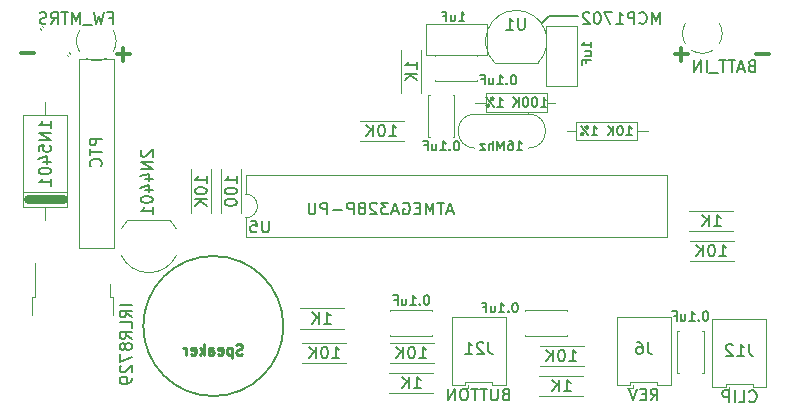
<source format=gbo>
G04 #@! TF.FileFunction,Legend,Bot*
%FSLAX46Y46*%
G04 Gerber Fmt 4.6, Leading zero omitted, Abs format (unit mm)*
G04 Created by KiCad (PCBNEW 4.0.7) date 06/15/19 08:17:50*
%MOMM*%
%LPD*%
G01*
G04 APERTURE LIST*
%ADD10C,0.100000*%
%ADD11C,0.150000*%
%ADD12C,0.300000*%
%ADD13C,0.120000*%
%ADD14C,0.800000*%
%ADD15C,0.222250*%
G04 APERTURE END LIST*
D10*
D11*
X82042000Y-86106000D02*
X84455000Y-86106000D01*
X81407000Y-86741000D02*
X82042000Y-86106000D01*
D12*
X100647428Y-89388143D02*
X99504571Y-89388143D01*
X93789428Y-89388143D02*
X92646571Y-89388143D01*
X93218000Y-89959571D02*
X93218000Y-88816714D01*
X38417428Y-89261143D02*
X37274571Y-89261143D01*
X46545428Y-89388143D02*
X45402571Y-89388143D01*
X45974000Y-89959571D02*
X45974000Y-88816714D01*
D13*
X56328000Y-103235000D02*
G75*
G03X56328000Y-101235000I0J1000000D01*
G01*
X56328000Y-101235000D02*
X56328000Y-99585000D01*
X56328000Y-99585000D02*
X92008000Y-99585000D01*
X92008000Y-99585000D02*
X92008000Y-104885000D01*
X92008000Y-104885000D02*
X56328000Y-104885000D01*
X56328000Y-104885000D02*
X56328000Y-103235000D01*
X96423505Y-88520193D02*
G75*
G03X96423000Y-86739000I-1425505J890193D01*
G01*
X94108106Y-89055358D02*
G75*
G03X95864000Y-89070000I889894J1425358D01*
G01*
X93572642Y-86740106D02*
G75*
G03X93558000Y-88496000I1425358J-889894D01*
G01*
X42797736Y-89689721D02*
G75*
G03X43688000Y-89945000I890264J1424721D01*
G01*
X42262495Y-87374807D02*
G75*
G03X42263000Y-89156000I1425505J-890193D01*
G01*
X45113358Y-89154894D02*
G75*
G03X45128000Y-87399000I-1425358J889894D01*
G01*
X43659326Y-89945099D02*
G75*
G03X44554000Y-89705000I28674J1680099D01*
G01*
X38913000Y-87196000D02*
X39042000Y-87324000D01*
X41163000Y-89446000D02*
X41257000Y-89539000D01*
X39118000Y-86990000D02*
X39212000Y-87084000D01*
X41333000Y-89206000D02*
X41462000Y-89334000D01*
X80268000Y-94435000D02*
X75768000Y-94435000D01*
X80268000Y-97335000D02*
G75*
G03X80268000Y-94435000I0J1450000D01*
G01*
X75768000Y-97335000D02*
G75*
G02X75768000Y-94435000I0J1450000D01*
G01*
D14*
X40870000Y-101675000D02*
X37870000Y-101675000D01*
D13*
X41230000Y-102285000D02*
X37510000Y-102285000D01*
X37510000Y-102285000D02*
X37510000Y-94565000D01*
X37510000Y-94565000D02*
X41230000Y-94565000D01*
X41230000Y-94565000D02*
X41230000Y-102285000D01*
X39370000Y-103395000D02*
X39370000Y-102285000D01*
X39370000Y-93455000D02*
X39370000Y-94565000D01*
X41230000Y-101085000D02*
X37510000Y-101085000D01*
D11*
X59523690Y-112395000D02*
G75*
G03X59523690Y-112395000I-5929690J0D01*
G01*
D13*
X93938000Y-106905000D02*
X97658000Y-106905000D01*
X93938000Y-105185000D02*
X97658000Y-105185000D01*
X81238000Y-115795000D02*
X84958000Y-115795000D01*
X81238000Y-114075000D02*
X84958000Y-114075000D01*
X97578000Y-102645000D02*
X93858000Y-102645000D01*
X97578000Y-104365000D02*
X93858000Y-104365000D01*
X84878000Y-116615000D02*
X81158000Y-116615000D01*
X84878000Y-118335000D02*
X81158000Y-118335000D01*
X81748000Y-86955000D02*
X81748000Y-92075000D01*
X84368000Y-86955000D02*
X84368000Y-92075000D01*
X81748000Y-86955000D02*
X84368000Y-86955000D01*
X81748000Y-92075000D02*
X84368000Y-92075000D01*
X76748000Y-86828000D02*
X71628000Y-86828000D01*
X76748000Y-89448000D02*
X71628000Y-89448000D01*
X76748000Y-86828000D02*
X76748000Y-89448000D01*
X71628000Y-86828000D02*
X71628000Y-89448000D01*
X80008000Y-113251000D02*
X83528000Y-113251000D01*
X80008000Y-111031000D02*
X83528000Y-111031000D01*
X80008000Y-113251000D02*
X80008000Y-113137000D01*
X80008000Y-111145000D02*
X80008000Y-111031000D01*
X83528000Y-113251000D02*
X83528000Y-113137000D01*
X83528000Y-111145000D02*
X83528000Y-111031000D01*
X92888000Y-112855000D02*
X92888000Y-116375000D01*
X95108000Y-112855000D02*
X95108000Y-116375000D01*
X92888000Y-112855000D02*
X93002000Y-112855000D01*
X94994000Y-112855000D02*
X95108000Y-112855000D01*
X92888000Y-116375000D02*
X93002000Y-116375000D01*
X94994000Y-116375000D02*
X95108000Y-116375000D01*
X97248000Y-117515000D02*
X97248000Y-117815000D01*
X97248000Y-117815000D02*
X96748000Y-117815000D01*
X98123000Y-117265000D02*
X96998000Y-117265000D01*
X96998000Y-117265000D02*
X96998000Y-117565000D01*
X96998000Y-117565000D02*
X95848000Y-117565000D01*
X95848000Y-117565000D02*
X95848000Y-111765000D01*
X95848000Y-111765000D02*
X98123000Y-111765000D01*
X98123000Y-117265000D02*
X99248000Y-117265000D01*
X99248000Y-117265000D02*
X99248000Y-117565000D01*
X99248000Y-117565000D02*
X100398000Y-117565000D01*
X100398000Y-117565000D02*
X100398000Y-111765000D01*
X100398000Y-111765000D02*
X98123000Y-111765000D01*
X81048000Y-90115000D02*
X77448000Y-90115000D01*
X81086478Y-90103478D02*
G75*
G03X79248000Y-85665000I-1838478J1838478D01*
G01*
X77409522Y-90103478D02*
G75*
G02X79248000Y-85665000I1838478J1838478D01*
G01*
X71788000Y-92835000D02*
X71788000Y-96355000D01*
X74008000Y-92835000D02*
X74008000Y-96355000D01*
X71788000Y-92835000D02*
X71902000Y-92835000D01*
X73894000Y-92835000D02*
X74008000Y-92835000D01*
X71788000Y-96355000D02*
X71902000Y-96355000D01*
X73894000Y-96355000D02*
X74008000Y-96355000D01*
X72388000Y-91661000D02*
X75908000Y-91661000D01*
X72388000Y-89441000D02*
X75908000Y-89441000D01*
X72388000Y-91661000D02*
X72388000Y-91547000D01*
X72388000Y-89555000D02*
X72388000Y-89441000D01*
X75908000Y-91661000D02*
X75908000Y-91547000D01*
X75908000Y-89555000D02*
X75908000Y-89441000D01*
X65998000Y-96745000D02*
X69718000Y-96745000D01*
X65998000Y-95025000D02*
X69718000Y-95025000D01*
X68578000Y-113251000D02*
X72098000Y-113251000D01*
X68578000Y-111031000D02*
X72098000Y-111031000D01*
X68578000Y-113251000D02*
X68578000Y-113137000D01*
X68578000Y-111145000D02*
X68578000Y-111031000D01*
X72098000Y-113251000D02*
X72098000Y-113137000D01*
X72098000Y-111145000D02*
X72098000Y-111031000D01*
X72178000Y-116361000D02*
X68458000Y-116361000D01*
X72178000Y-118081000D02*
X68458000Y-118081000D01*
X68538000Y-115541000D02*
X72258000Y-115541000D01*
X68538000Y-113821000D02*
X72258000Y-113821000D01*
X53438000Y-102785000D02*
X53438000Y-99065000D01*
X51718000Y-102785000D02*
X51718000Y-99065000D01*
X55978000Y-102785000D02*
X55978000Y-99065000D01*
X54258000Y-102785000D02*
X54258000Y-99065000D01*
X42188000Y-105790000D02*
X45188000Y-105790000D01*
X42188000Y-89790000D02*
X42188000Y-105790000D01*
X45188000Y-89790000D02*
X42188000Y-89790000D01*
X45188000Y-105790000D02*
X45188000Y-89790000D01*
X75188000Y-117355000D02*
X75188000Y-117655000D01*
X75188000Y-117655000D02*
X74688000Y-117655000D01*
X76063000Y-117105000D02*
X74938000Y-117105000D01*
X74938000Y-117105000D02*
X74938000Y-117405000D01*
X74938000Y-117405000D02*
X73788000Y-117405000D01*
X73788000Y-117405000D02*
X73788000Y-111605000D01*
X73788000Y-111605000D02*
X76063000Y-111605000D01*
X76063000Y-117105000D02*
X77188000Y-117105000D01*
X77188000Y-117105000D02*
X77188000Y-117405000D01*
X77188000Y-117405000D02*
X78338000Y-117405000D01*
X78338000Y-117405000D02*
X78338000Y-111605000D01*
X78338000Y-111605000D02*
X76063000Y-111605000D01*
X89158000Y-117355000D02*
X89158000Y-117655000D01*
X89158000Y-117655000D02*
X88658000Y-117655000D01*
X90033000Y-117105000D02*
X88908000Y-117105000D01*
X88908000Y-117105000D02*
X88908000Y-117405000D01*
X88908000Y-117405000D02*
X87758000Y-117405000D01*
X87758000Y-117405000D02*
X87758000Y-111605000D01*
X87758000Y-111605000D02*
X90033000Y-111605000D01*
X90033000Y-117105000D02*
X91158000Y-117105000D01*
X91158000Y-117105000D02*
X91158000Y-117405000D01*
X91158000Y-117405000D02*
X92308000Y-117405000D01*
X92308000Y-117405000D02*
X92308000Y-111605000D01*
X92308000Y-111605000D02*
X90033000Y-111605000D01*
X69498000Y-88985000D02*
X69498000Y-92705000D01*
X71218000Y-88985000D02*
X71218000Y-92705000D01*
D10*
X76658000Y-93472000D02*
X75758000Y-93472000D01*
X81858000Y-93472000D02*
X82558000Y-93472000D01*
X81858000Y-94272000D02*
X81858000Y-92672000D01*
X81858000Y-92672000D02*
X76658000Y-92672000D01*
X76658000Y-92672000D02*
X76658000Y-94272000D01*
X76658000Y-94272000D02*
X81858000Y-94272000D01*
X89458000Y-95885000D02*
X90358000Y-95885000D01*
X84258000Y-95885000D02*
X83558000Y-95885000D01*
X84258000Y-95085000D02*
X84258000Y-96685000D01*
X84258000Y-96685000D02*
X89458000Y-96685000D01*
X89458000Y-96685000D02*
X89458000Y-95085000D01*
X89458000Y-95085000D02*
X84258000Y-95085000D01*
D13*
X64812000Y-113821000D02*
X61092000Y-113821000D01*
X64812000Y-115541000D02*
X61092000Y-115541000D01*
X60918000Y-112620000D02*
X64638000Y-112620000D01*
X60918000Y-110900000D02*
X64638000Y-110900000D01*
X38206000Y-111425000D02*
X38206000Y-109925000D01*
X38206000Y-109925000D02*
X38476000Y-109925000D01*
X38476000Y-109925000D02*
X38476000Y-107095000D01*
X45106000Y-111425000D02*
X45106000Y-109925000D01*
X45106000Y-109925000D02*
X44836000Y-109925000D01*
X44836000Y-109925000D02*
X44836000Y-108825000D01*
X46333000Y-103433000D02*
X49933000Y-103433000D01*
X45808816Y-104160205D02*
G75*
G02X46333000Y-103433000I2324184J-1122795D01*
G01*
X45776600Y-106381807D02*
G75*
G03X48133000Y-107883000I2356400J1098807D01*
G01*
X50489400Y-106381807D02*
G75*
G02X48133000Y-107883000I-2356400J1098807D01*
G01*
X50457184Y-104160205D02*
G75*
G03X49933000Y-103433000I-2324184J-1122795D01*
G01*
D11*
X58292905Y-103465381D02*
X58292905Y-104274905D01*
X58245286Y-104370143D01*
X58197667Y-104417762D01*
X58102429Y-104465381D01*
X57911952Y-104465381D01*
X57816714Y-104417762D01*
X57769095Y-104370143D01*
X57721476Y-104274905D01*
X57721476Y-103465381D01*
X56769095Y-103465381D02*
X57245286Y-103465381D01*
X57292905Y-103941571D01*
X57245286Y-103893952D01*
X57150048Y-103846333D01*
X56911952Y-103846333D01*
X56816714Y-103893952D01*
X56769095Y-103941571D01*
X56721476Y-104036810D01*
X56721476Y-104274905D01*
X56769095Y-104370143D01*
X56816714Y-104417762D01*
X56911952Y-104465381D01*
X57150048Y-104465381D01*
X57245286Y-104417762D01*
X57292905Y-104370143D01*
X73897357Y-102655667D02*
X73421166Y-102655667D01*
X73992595Y-102941381D02*
X73659262Y-101941381D01*
X73325928Y-102941381D01*
X73135452Y-101941381D02*
X72564023Y-101941381D01*
X72849738Y-102941381D02*
X72849738Y-101941381D01*
X72230690Y-102941381D02*
X72230690Y-101941381D01*
X71897356Y-102655667D01*
X71564023Y-101941381D01*
X71564023Y-102941381D01*
X71087833Y-102417571D02*
X70754499Y-102417571D01*
X70611642Y-102941381D02*
X71087833Y-102941381D01*
X71087833Y-101941381D01*
X70611642Y-101941381D01*
X69659261Y-101989000D02*
X69754499Y-101941381D01*
X69897356Y-101941381D01*
X70040214Y-101989000D01*
X70135452Y-102084238D01*
X70183071Y-102179476D01*
X70230690Y-102369952D01*
X70230690Y-102512810D01*
X70183071Y-102703286D01*
X70135452Y-102798524D01*
X70040214Y-102893762D01*
X69897356Y-102941381D01*
X69802118Y-102941381D01*
X69659261Y-102893762D01*
X69611642Y-102846143D01*
X69611642Y-102512810D01*
X69802118Y-102512810D01*
X69230690Y-102655667D02*
X68754499Y-102655667D01*
X69325928Y-102941381D02*
X68992595Y-101941381D01*
X68659261Y-102941381D01*
X68421166Y-101941381D02*
X67802118Y-101941381D01*
X68135452Y-102322333D01*
X67992594Y-102322333D01*
X67897356Y-102369952D01*
X67849737Y-102417571D01*
X67802118Y-102512810D01*
X67802118Y-102750905D01*
X67849737Y-102846143D01*
X67897356Y-102893762D01*
X67992594Y-102941381D01*
X68278309Y-102941381D01*
X68373547Y-102893762D01*
X68421166Y-102846143D01*
X67421166Y-102036619D02*
X67373547Y-101989000D01*
X67278309Y-101941381D01*
X67040213Y-101941381D01*
X66944975Y-101989000D01*
X66897356Y-102036619D01*
X66849737Y-102131857D01*
X66849737Y-102227095D01*
X66897356Y-102369952D01*
X67468785Y-102941381D01*
X66849737Y-102941381D01*
X66278309Y-102369952D02*
X66373547Y-102322333D01*
X66421166Y-102274714D01*
X66468785Y-102179476D01*
X66468785Y-102131857D01*
X66421166Y-102036619D01*
X66373547Y-101989000D01*
X66278309Y-101941381D01*
X66087832Y-101941381D01*
X65992594Y-101989000D01*
X65944975Y-102036619D01*
X65897356Y-102131857D01*
X65897356Y-102179476D01*
X65944975Y-102274714D01*
X65992594Y-102322333D01*
X66087832Y-102369952D01*
X66278309Y-102369952D01*
X66373547Y-102417571D01*
X66421166Y-102465190D01*
X66468785Y-102560429D01*
X66468785Y-102750905D01*
X66421166Y-102846143D01*
X66373547Y-102893762D01*
X66278309Y-102941381D01*
X66087832Y-102941381D01*
X65992594Y-102893762D01*
X65944975Y-102846143D01*
X65897356Y-102750905D01*
X65897356Y-102560429D01*
X65944975Y-102465190D01*
X65992594Y-102417571D01*
X66087832Y-102369952D01*
X65468785Y-102941381D02*
X65468785Y-101941381D01*
X65087832Y-101941381D01*
X64992594Y-101989000D01*
X64944975Y-102036619D01*
X64897356Y-102131857D01*
X64897356Y-102274714D01*
X64944975Y-102369952D01*
X64992594Y-102417571D01*
X65087832Y-102465190D01*
X65468785Y-102465190D01*
X64468785Y-102560429D02*
X63706880Y-102560429D01*
X63230690Y-102941381D02*
X63230690Y-101941381D01*
X62849737Y-101941381D01*
X62754499Y-101989000D01*
X62706880Y-102036619D01*
X62659261Y-102131857D01*
X62659261Y-102274714D01*
X62706880Y-102369952D01*
X62754499Y-102417571D01*
X62849737Y-102465190D01*
X63230690Y-102465190D01*
X62230690Y-101941381D02*
X62230690Y-102750905D01*
X62183071Y-102846143D01*
X62135452Y-102893762D01*
X62040214Y-102941381D01*
X61849737Y-102941381D01*
X61754499Y-102893762D01*
X61706880Y-102846143D01*
X61659261Y-102750905D01*
X61659261Y-101941381D01*
X99162904Y-90352571D02*
X99020047Y-90400190D01*
X98972428Y-90447810D01*
X98924809Y-90543048D01*
X98924809Y-90685905D01*
X98972428Y-90781143D01*
X99020047Y-90828762D01*
X99115285Y-90876381D01*
X99496238Y-90876381D01*
X99496238Y-89876381D01*
X99162904Y-89876381D01*
X99067666Y-89924000D01*
X99020047Y-89971619D01*
X98972428Y-90066857D01*
X98972428Y-90162095D01*
X99020047Y-90257333D01*
X99067666Y-90304952D01*
X99162904Y-90352571D01*
X99496238Y-90352571D01*
X98543857Y-90590667D02*
X98067666Y-90590667D01*
X98639095Y-90876381D02*
X98305762Y-89876381D01*
X97972428Y-90876381D01*
X97781952Y-89876381D02*
X97210523Y-89876381D01*
X97496238Y-90876381D02*
X97496238Y-89876381D01*
X97020047Y-89876381D02*
X96448618Y-89876381D01*
X96734333Y-90876381D02*
X96734333Y-89876381D01*
X96353380Y-90971619D02*
X95591475Y-90971619D01*
X95353380Y-90876381D02*
X95353380Y-89876381D01*
X94877190Y-90876381D02*
X94877190Y-89876381D01*
X94305761Y-90876381D01*
X94305761Y-89876381D01*
X44736095Y-86293571D02*
X45069429Y-86293571D01*
X45069429Y-86817381D02*
X45069429Y-85817381D01*
X44593238Y-85817381D01*
X44307524Y-85817381D02*
X44069429Y-86817381D01*
X43878952Y-86103095D01*
X43688476Y-86817381D01*
X43450381Y-85817381D01*
X43307524Y-86912619D02*
X42545619Y-86912619D01*
X42307524Y-86817381D02*
X42307524Y-85817381D01*
X41974190Y-86531667D01*
X41640857Y-85817381D01*
X41640857Y-86817381D01*
X41307524Y-85817381D02*
X40736095Y-85817381D01*
X41021810Y-86817381D02*
X41021810Y-85817381D01*
X39831333Y-86817381D02*
X40164667Y-86341190D01*
X40402762Y-86817381D02*
X40402762Y-85817381D01*
X40021809Y-85817381D01*
X39926571Y-85865000D01*
X39878952Y-85912619D01*
X39831333Y-86007857D01*
X39831333Y-86150714D01*
X39878952Y-86245952D01*
X39926571Y-86293571D01*
X40021809Y-86341190D01*
X40402762Y-86341190D01*
X39450381Y-86769762D02*
X39307524Y-86817381D01*
X39069428Y-86817381D01*
X38974190Y-86769762D01*
X38926571Y-86722143D01*
X38878952Y-86626905D01*
X38878952Y-86531667D01*
X38926571Y-86436429D01*
X38974190Y-86388810D01*
X39069428Y-86341190D01*
X39259905Y-86293571D01*
X39355143Y-86245952D01*
X39402762Y-86198333D01*
X39450381Y-86103095D01*
X39450381Y-86007857D01*
X39402762Y-85912619D01*
X39355143Y-85865000D01*
X39259905Y-85817381D01*
X39021809Y-85817381D01*
X38878952Y-85865000D01*
X79273238Y-97516905D02*
X79730381Y-97516905D01*
X79501810Y-97516905D02*
X79501810Y-96716905D01*
X79578000Y-96831190D01*
X79654191Y-96907381D01*
X79730381Y-96945476D01*
X78587524Y-96716905D02*
X78739905Y-96716905D01*
X78816095Y-96755000D01*
X78854190Y-96793095D01*
X78930381Y-96907381D01*
X78968476Y-97059762D01*
X78968476Y-97364524D01*
X78930381Y-97440714D01*
X78892286Y-97478810D01*
X78816095Y-97516905D01*
X78663714Y-97516905D01*
X78587524Y-97478810D01*
X78549428Y-97440714D01*
X78511333Y-97364524D01*
X78511333Y-97174048D01*
X78549428Y-97097857D01*
X78587524Y-97059762D01*
X78663714Y-97021667D01*
X78816095Y-97021667D01*
X78892286Y-97059762D01*
X78930381Y-97097857D01*
X78968476Y-97174048D01*
X78168476Y-97516905D02*
X78168476Y-96716905D01*
X77901809Y-97288333D01*
X77635142Y-96716905D01*
X77635142Y-97516905D01*
X77254190Y-97516905D02*
X77254190Y-96716905D01*
X76911333Y-97516905D02*
X76911333Y-97097857D01*
X76949428Y-97021667D01*
X77025618Y-96983571D01*
X77139904Y-96983571D01*
X77216095Y-97021667D01*
X77254190Y-97059762D01*
X76606570Y-96983571D02*
X76187523Y-96983571D01*
X76606570Y-97516905D01*
X76187523Y-97516905D01*
X39822381Y-95647143D02*
X39822381Y-95075714D01*
X39822381Y-95361428D02*
X38822381Y-95361428D01*
X38965238Y-95266190D01*
X39060476Y-95170952D01*
X39108095Y-95075714D01*
X39822381Y-96075714D02*
X38822381Y-96075714D01*
X39822381Y-96647143D01*
X38822381Y-96647143D01*
X38822381Y-97599524D02*
X38822381Y-97123333D01*
X39298571Y-97075714D01*
X39250952Y-97123333D01*
X39203333Y-97218571D01*
X39203333Y-97456667D01*
X39250952Y-97551905D01*
X39298571Y-97599524D01*
X39393810Y-97647143D01*
X39631905Y-97647143D01*
X39727143Y-97599524D01*
X39774762Y-97551905D01*
X39822381Y-97456667D01*
X39822381Y-97218571D01*
X39774762Y-97123333D01*
X39727143Y-97075714D01*
X39155714Y-98504286D02*
X39822381Y-98504286D01*
X38774762Y-98266190D02*
X39489048Y-98028095D01*
X39489048Y-98647143D01*
X38822381Y-99218571D02*
X38822381Y-99313810D01*
X38870000Y-99409048D01*
X38917619Y-99456667D01*
X39012857Y-99504286D01*
X39203333Y-99551905D01*
X39441429Y-99551905D01*
X39631905Y-99504286D01*
X39727143Y-99456667D01*
X39774762Y-99409048D01*
X39822381Y-99313810D01*
X39822381Y-99218571D01*
X39774762Y-99123333D01*
X39727143Y-99075714D01*
X39631905Y-99028095D01*
X39441429Y-98980476D01*
X39203333Y-98980476D01*
X39012857Y-99028095D01*
X38917619Y-99075714D01*
X38870000Y-99123333D01*
X38822381Y-99218571D01*
X39822381Y-100504286D02*
X39822381Y-99932857D01*
X39822381Y-100218571D02*
X38822381Y-100218571D01*
X38965238Y-100123333D01*
X39060476Y-100028095D01*
X39108095Y-99932857D01*
D15*
X56049333Y-114786833D02*
X55922333Y-114829167D01*
X55710666Y-114829167D01*
X55625999Y-114786833D01*
X55583666Y-114744500D01*
X55541333Y-114659833D01*
X55541333Y-114575167D01*
X55583666Y-114490500D01*
X55625999Y-114448167D01*
X55710666Y-114405833D01*
X55879999Y-114363500D01*
X55964666Y-114321167D01*
X56006999Y-114278833D01*
X56049333Y-114194167D01*
X56049333Y-114109500D01*
X56006999Y-114024833D01*
X55964666Y-113982500D01*
X55879999Y-113940167D01*
X55668333Y-113940167D01*
X55541333Y-113982500D01*
X55160332Y-114236500D02*
X55160332Y-115125500D01*
X55160332Y-114278833D02*
X55075666Y-114236500D01*
X54906332Y-114236500D01*
X54821666Y-114278833D01*
X54779332Y-114321167D01*
X54736999Y-114405833D01*
X54736999Y-114659833D01*
X54779332Y-114744500D01*
X54821666Y-114786833D01*
X54906332Y-114829167D01*
X55075666Y-114829167D01*
X55160332Y-114786833D01*
X54017333Y-114786833D02*
X54101999Y-114829167D01*
X54271333Y-114829167D01*
X54355999Y-114786833D01*
X54398333Y-114702167D01*
X54398333Y-114363500D01*
X54355999Y-114278833D01*
X54271333Y-114236500D01*
X54101999Y-114236500D01*
X54017333Y-114278833D01*
X53974999Y-114363500D01*
X53974999Y-114448167D01*
X54398333Y-114532833D01*
X53212999Y-114829167D02*
X53212999Y-114363500D01*
X53255333Y-114278833D01*
X53339999Y-114236500D01*
X53509333Y-114236500D01*
X53593999Y-114278833D01*
X53212999Y-114786833D02*
X53297666Y-114829167D01*
X53509333Y-114829167D01*
X53593999Y-114786833D01*
X53636333Y-114702167D01*
X53636333Y-114617500D01*
X53593999Y-114532833D01*
X53509333Y-114490500D01*
X53297666Y-114490500D01*
X53212999Y-114448167D01*
X52789666Y-114829167D02*
X52789666Y-113940167D01*
X52705000Y-114490500D02*
X52451000Y-114829167D01*
X52451000Y-114236500D02*
X52789666Y-114575167D01*
X51731333Y-114786833D02*
X51815999Y-114829167D01*
X51985333Y-114829167D01*
X52069999Y-114786833D01*
X52112333Y-114702167D01*
X52112333Y-114363500D01*
X52069999Y-114278833D01*
X51985333Y-114236500D01*
X51815999Y-114236500D01*
X51731333Y-114278833D01*
X51688999Y-114363500D01*
X51688999Y-114448167D01*
X52112333Y-114532833D01*
X51307999Y-114829167D02*
X51307999Y-114236500D01*
X51307999Y-114405833D02*
X51265666Y-114321167D01*
X51223333Y-114278833D01*
X51138666Y-114236500D01*
X51053999Y-114236500D01*
D11*
X96448476Y-106497381D02*
X97019905Y-106497381D01*
X96734191Y-106497381D02*
X96734191Y-105497381D01*
X96829429Y-105640238D01*
X96924667Y-105735476D01*
X97019905Y-105783095D01*
X95829429Y-105497381D02*
X95734190Y-105497381D01*
X95638952Y-105545000D01*
X95591333Y-105592619D01*
X95543714Y-105687857D01*
X95496095Y-105878333D01*
X95496095Y-106116429D01*
X95543714Y-106306905D01*
X95591333Y-106402143D01*
X95638952Y-106449762D01*
X95734190Y-106497381D01*
X95829429Y-106497381D01*
X95924667Y-106449762D01*
X95972286Y-106402143D01*
X96019905Y-106306905D01*
X96067524Y-106116429D01*
X96067524Y-105878333D01*
X96019905Y-105687857D01*
X95972286Y-105592619D01*
X95924667Y-105545000D01*
X95829429Y-105497381D01*
X95067524Y-106497381D02*
X95067524Y-105497381D01*
X94496095Y-106497381D02*
X94924667Y-105925952D01*
X94496095Y-105497381D02*
X95067524Y-106068810D01*
X83748476Y-115387381D02*
X84319905Y-115387381D01*
X84034191Y-115387381D02*
X84034191Y-114387381D01*
X84129429Y-114530238D01*
X84224667Y-114625476D01*
X84319905Y-114673095D01*
X83129429Y-114387381D02*
X83034190Y-114387381D01*
X82938952Y-114435000D01*
X82891333Y-114482619D01*
X82843714Y-114577857D01*
X82796095Y-114768333D01*
X82796095Y-115006429D01*
X82843714Y-115196905D01*
X82891333Y-115292143D01*
X82938952Y-115339762D01*
X83034190Y-115387381D01*
X83129429Y-115387381D01*
X83224667Y-115339762D01*
X83272286Y-115292143D01*
X83319905Y-115196905D01*
X83367524Y-115006429D01*
X83367524Y-114768333D01*
X83319905Y-114577857D01*
X83272286Y-114482619D01*
X83224667Y-114435000D01*
X83129429Y-114387381D01*
X82367524Y-115387381D02*
X82367524Y-114387381D01*
X81796095Y-115387381D02*
X82224667Y-114815952D01*
X81796095Y-114387381D02*
X82367524Y-114958810D01*
X95972285Y-103957381D02*
X96543714Y-103957381D01*
X96258000Y-103957381D02*
X96258000Y-102957381D01*
X96353238Y-103100238D01*
X96448476Y-103195476D01*
X96543714Y-103243095D01*
X95543714Y-103957381D02*
X95543714Y-102957381D01*
X94972285Y-103957381D02*
X95400857Y-103385952D01*
X94972285Y-102957381D02*
X95543714Y-103528810D01*
X83272285Y-117927381D02*
X83843714Y-117927381D01*
X83558000Y-117927381D02*
X83558000Y-116927381D01*
X83653238Y-117070238D01*
X83748476Y-117165476D01*
X83843714Y-117213095D01*
X82843714Y-117927381D02*
X82843714Y-116927381D01*
X82272285Y-117927381D02*
X82700857Y-117355952D01*
X82272285Y-116927381D02*
X82843714Y-117498810D01*
X85578905Y-88804810D02*
X85578905Y-88347667D01*
X85578905Y-88576238D02*
X84778905Y-88576238D01*
X84893190Y-88500048D01*
X84969381Y-88423857D01*
X85007476Y-88347667D01*
X85045571Y-89490524D02*
X85578905Y-89490524D01*
X85045571Y-89147667D02*
X85464619Y-89147667D01*
X85540810Y-89185762D01*
X85578905Y-89261953D01*
X85578905Y-89376239D01*
X85540810Y-89452429D01*
X85502714Y-89490524D01*
X85159857Y-90138144D02*
X85159857Y-89871477D01*
X85578905Y-89871477D02*
X84778905Y-89871477D01*
X84778905Y-90252430D01*
X74390190Y-86594905D02*
X74847333Y-86594905D01*
X74618762Y-86594905D02*
X74618762Y-85794905D01*
X74694952Y-85909190D01*
X74771143Y-85985381D01*
X74847333Y-86023476D01*
X73704476Y-86061571D02*
X73704476Y-86594905D01*
X74047333Y-86061571D02*
X74047333Y-86480619D01*
X74009238Y-86556810D01*
X73933047Y-86594905D01*
X73818761Y-86594905D01*
X73742571Y-86556810D01*
X73704476Y-86518714D01*
X73056856Y-86175857D02*
X73323523Y-86175857D01*
X73323523Y-86594905D02*
X73323523Y-85794905D01*
X72942570Y-85794905D01*
X79165286Y-110432905D02*
X79089095Y-110432905D01*
X79012905Y-110471000D01*
X78974810Y-110509095D01*
X78936714Y-110585286D01*
X78898619Y-110737667D01*
X78898619Y-110928143D01*
X78936714Y-111080524D01*
X78974810Y-111156714D01*
X79012905Y-111194810D01*
X79089095Y-111232905D01*
X79165286Y-111232905D01*
X79241476Y-111194810D01*
X79279572Y-111156714D01*
X79317667Y-111080524D01*
X79355762Y-110928143D01*
X79355762Y-110737667D01*
X79317667Y-110585286D01*
X79279572Y-110509095D01*
X79241476Y-110471000D01*
X79165286Y-110432905D01*
X78555762Y-111156714D02*
X78517667Y-111194810D01*
X78555762Y-111232905D01*
X78593857Y-111194810D01*
X78555762Y-111156714D01*
X78555762Y-111232905D01*
X77755762Y-111232905D02*
X78212905Y-111232905D01*
X77984334Y-111232905D02*
X77984334Y-110432905D01*
X78060524Y-110547190D01*
X78136715Y-110623381D01*
X78212905Y-110661476D01*
X77070048Y-110699571D02*
X77070048Y-111232905D01*
X77412905Y-110699571D02*
X77412905Y-111118619D01*
X77374810Y-111194810D01*
X77298619Y-111232905D01*
X77184333Y-111232905D01*
X77108143Y-111194810D01*
X77070048Y-111156714D01*
X76422428Y-110813857D02*
X76689095Y-110813857D01*
X76689095Y-111232905D02*
X76689095Y-110432905D01*
X76308142Y-110432905D01*
X95312286Y-111148905D02*
X95236095Y-111148905D01*
X95159905Y-111187000D01*
X95121810Y-111225095D01*
X95083714Y-111301286D01*
X95045619Y-111453667D01*
X95045619Y-111644143D01*
X95083714Y-111796524D01*
X95121810Y-111872714D01*
X95159905Y-111910810D01*
X95236095Y-111948905D01*
X95312286Y-111948905D01*
X95388476Y-111910810D01*
X95426572Y-111872714D01*
X95464667Y-111796524D01*
X95502762Y-111644143D01*
X95502762Y-111453667D01*
X95464667Y-111301286D01*
X95426572Y-111225095D01*
X95388476Y-111187000D01*
X95312286Y-111148905D01*
X94702762Y-111872714D02*
X94664667Y-111910810D01*
X94702762Y-111948905D01*
X94740857Y-111910810D01*
X94702762Y-111872714D01*
X94702762Y-111948905D01*
X93902762Y-111948905D02*
X94359905Y-111948905D01*
X94131334Y-111948905D02*
X94131334Y-111148905D01*
X94207524Y-111263190D01*
X94283715Y-111339381D01*
X94359905Y-111377476D01*
X93217048Y-111415571D02*
X93217048Y-111948905D01*
X93559905Y-111415571D02*
X93559905Y-111834619D01*
X93521810Y-111910810D01*
X93445619Y-111948905D01*
X93331333Y-111948905D01*
X93255143Y-111910810D01*
X93217048Y-111872714D01*
X92569428Y-111529857D02*
X92836095Y-111529857D01*
X92836095Y-111948905D02*
X92836095Y-111148905D01*
X92455142Y-111148905D01*
X98942523Y-113912381D02*
X98942523Y-114626667D01*
X98990143Y-114769524D01*
X99085381Y-114864762D01*
X99228238Y-114912381D01*
X99323476Y-114912381D01*
X97942523Y-114912381D02*
X98513952Y-114912381D01*
X98228238Y-114912381D02*
X98228238Y-113912381D01*
X98323476Y-114055238D01*
X98418714Y-114150476D01*
X98513952Y-114198095D01*
X97561571Y-114007619D02*
X97513952Y-113960000D01*
X97418714Y-113912381D01*
X97180618Y-113912381D01*
X97085380Y-113960000D01*
X97037761Y-114007619D01*
X96990142Y-114102857D01*
X96990142Y-114198095D01*
X97037761Y-114340952D01*
X97609190Y-114912381D01*
X96990142Y-114912381D01*
X98966333Y-118754143D02*
X99013952Y-118801762D01*
X99156809Y-118849381D01*
X99252047Y-118849381D01*
X99394905Y-118801762D01*
X99490143Y-118706524D01*
X99537762Y-118611286D01*
X99585381Y-118420810D01*
X99585381Y-118277952D01*
X99537762Y-118087476D01*
X99490143Y-117992238D01*
X99394905Y-117897000D01*
X99252047Y-117849381D01*
X99156809Y-117849381D01*
X99013952Y-117897000D01*
X98966333Y-117944619D01*
X98061571Y-118849381D02*
X98537762Y-118849381D01*
X98537762Y-117849381D01*
X97728238Y-118849381D02*
X97728238Y-117849381D01*
X97252048Y-118849381D02*
X97252048Y-117849381D01*
X96871095Y-117849381D01*
X96775857Y-117897000D01*
X96728238Y-117944619D01*
X96680619Y-118039857D01*
X96680619Y-118182714D01*
X96728238Y-118277952D01*
X96775857Y-118325571D01*
X96871095Y-118373190D01*
X97252048Y-118373190D01*
X79959905Y-86307381D02*
X79959905Y-87116905D01*
X79912286Y-87212143D01*
X79864667Y-87259762D01*
X79769429Y-87307381D01*
X79578952Y-87307381D01*
X79483714Y-87259762D01*
X79436095Y-87212143D01*
X79388476Y-87116905D01*
X79388476Y-86307381D01*
X78388476Y-87307381D02*
X78959905Y-87307381D01*
X78674191Y-87307381D02*
X78674191Y-86307381D01*
X78769429Y-86450238D01*
X78864667Y-86545476D01*
X78959905Y-86593095D01*
X91376095Y-86812381D02*
X91376095Y-85812381D01*
X91042761Y-86526667D01*
X90709428Y-85812381D01*
X90709428Y-86812381D01*
X89661809Y-86717143D02*
X89709428Y-86764762D01*
X89852285Y-86812381D01*
X89947523Y-86812381D01*
X90090381Y-86764762D01*
X90185619Y-86669524D01*
X90233238Y-86574286D01*
X90280857Y-86383810D01*
X90280857Y-86240952D01*
X90233238Y-86050476D01*
X90185619Y-85955238D01*
X90090381Y-85860000D01*
X89947523Y-85812381D01*
X89852285Y-85812381D01*
X89709428Y-85860000D01*
X89661809Y-85907619D01*
X89233238Y-86812381D02*
X89233238Y-85812381D01*
X88852285Y-85812381D01*
X88757047Y-85860000D01*
X88709428Y-85907619D01*
X88661809Y-86002857D01*
X88661809Y-86145714D01*
X88709428Y-86240952D01*
X88757047Y-86288571D01*
X88852285Y-86336190D01*
X89233238Y-86336190D01*
X87709428Y-86812381D02*
X88280857Y-86812381D01*
X87995143Y-86812381D02*
X87995143Y-85812381D01*
X88090381Y-85955238D01*
X88185619Y-86050476D01*
X88280857Y-86098095D01*
X87376095Y-85812381D02*
X86709428Y-85812381D01*
X87138000Y-86812381D01*
X86138000Y-85812381D02*
X86042761Y-85812381D01*
X85947523Y-85860000D01*
X85899904Y-85907619D01*
X85852285Y-86002857D01*
X85804666Y-86193333D01*
X85804666Y-86431429D01*
X85852285Y-86621905D01*
X85899904Y-86717143D01*
X85947523Y-86764762D01*
X86042761Y-86812381D01*
X86138000Y-86812381D01*
X86233238Y-86764762D01*
X86280857Y-86717143D01*
X86328476Y-86621905D01*
X86376095Y-86431429D01*
X86376095Y-86193333D01*
X86328476Y-86002857D01*
X86280857Y-85907619D01*
X86233238Y-85860000D01*
X86138000Y-85812381D01*
X85423714Y-85907619D02*
X85376095Y-85860000D01*
X85280857Y-85812381D01*
X85042761Y-85812381D01*
X84947523Y-85860000D01*
X84899904Y-85907619D01*
X84852285Y-86002857D01*
X84852285Y-86098095D01*
X84899904Y-86240952D01*
X85471333Y-86812381D01*
X84852285Y-86812381D01*
X74212286Y-96716905D02*
X74136095Y-96716905D01*
X74059905Y-96755000D01*
X74021810Y-96793095D01*
X73983714Y-96869286D01*
X73945619Y-97021667D01*
X73945619Y-97212143D01*
X73983714Y-97364524D01*
X74021810Y-97440714D01*
X74059905Y-97478810D01*
X74136095Y-97516905D01*
X74212286Y-97516905D01*
X74288476Y-97478810D01*
X74326572Y-97440714D01*
X74364667Y-97364524D01*
X74402762Y-97212143D01*
X74402762Y-97021667D01*
X74364667Y-96869286D01*
X74326572Y-96793095D01*
X74288476Y-96755000D01*
X74212286Y-96716905D01*
X73602762Y-97440714D02*
X73564667Y-97478810D01*
X73602762Y-97516905D01*
X73640857Y-97478810D01*
X73602762Y-97440714D01*
X73602762Y-97516905D01*
X72802762Y-97516905D02*
X73259905Y-97516905D01*
X73031334Y-97516905D02*
X73031334Y-96716905D01*
X73107524Y-96831190D01*
X73183715Y-96907381D01*
X73259905Y-96945476D01*
X72117048Y-96983571D02*
X72117048Y-97516905D01*
X72459905Y-96983571D02*
X72459905Y-97402619D01*
X72421810Y-97478810D01*
X72345619Y-97516905D01*
X72231333Y-97516905D01*
X72155143Y-97478810D01*
X72117048Y-97440714D01*
X71469428Y-97097857D02*
X71736095Y-97097857D01*
X71736095Y-97516905D02*
X71736095Y-96716905D01*
X71355142Y-96716905D01*
X79038286Y-91128905D02*
X78962095Y-91128905D01*
X78885905Y-91167000D01*
X78847810Y-91205095D01*
X78809714Y-91281286D01*
X78771619Y-91433667D01*
X78771619Y-91624143D01*
X78809714Y-91776524D01*
X78847810Y-91852714D01*
X78885905Y-91890810D01*
X78962095Y-91928905D01*
X79038286Y-91928905D01*
X79114476Y-91890810D01*
X79152572Y-91852714D01*
X79190667Y-91776524D01*
X79228762Y-91624143D01*
X79228762Y-91433667D01*
X79190667Y-91281286D01*
X79152572Y-91205095D01*
X79114476Y-91167000D01*
X79038286Y-91128905D01*
X78428762Y-91852714D02*
X78390667Y-91890810D01*
X78428762Y-91928905D01*
X78466857Y-91890810D01*
X78428762Y-91852714D01*
X78428762Y-91928905D01*
X77628762Y-91928905D02*
X78085905Y-91928905D01*
X77857334Y-91928905D02*
X77857334Y-91128905D01*
X77933524Y-91243190D01*
X78009715Y-91319381D01*
X78085905Y-91357476D01*
X76943048Y-91395571D02*
X76943048Y-91928905D01*
X77285905Y-91395571D02*
X77285905Y-91814619D01*
X77247810Y-91890810D01*
X77171619Y-91928905D01*
X77057333Y-91928905D01*
X76981143Y-91890810D01*
X76943048Y-91852714D01*
X76295428Y-91509857D02*
X76562095Y-91509857D01*
X76562095Y-91928905D02*
X76562095Y-91128905D01*
X76181142Y-91128905D01*
X68508476Y-96337381D02*
X69079905Y-96337381D01*
X68794191Y-96337381D02*
X68794191Y-95337381D01*
X68889429Y-95480238D01*
X68984667Y-95575476D01*
X69079905Y-95623095D01*
X67889429Y-95337381D02*
X67794190Y-95337381D01*
X67698952Y-95385000D01*
X67651333Y-95432619D01*
X67603714Y-95527857D01*
X67556095Y-95718333D01*
X67556095Y-95956429D01*
X67603714Y-96146905D01*
X67651333Y-96242143D01*
X67698952Y-96289762D01*
X67794190Y-96337381D01*
X67889429Y-96337381D01*
X67984667Y-96289762D01*
X68032286Y-96242143D01*
X68079905Y-96146905D01*
X68127524Y-95956429D01*
X68127524Y-95718333D01*
X68079905Y-95527857D01*
X68032286Y-95432619D01*
X67984667Y-95385000D01*
X67889429Y-95337381D01*
X67127524Y-96337381D02*
X67127524Y-95337381D01*
X66556095Y-96337381D02*
X66984667Y-95765952D01*
X66556095Y-95337381D02*
X67127524Y-95908810D01*
X71672286Y-109797905D02*
X71596095Y-109797905D01*
X71519905Y-109836000D01*
X71481810Y-109874095D01*
X71443714Y-109950286D01*
X71405619Y-110102667D01*
X71405619Y-110293143D01*
X71443714Y-110445524D01*
X71481810Y-110521714D01*
X71519905Y-110559810D01*
X71596095Y-110597905D01*
X71672286Y-110597905D01*
X71748476Y-110559810D01*
X71786572Y-110521714D01*
X71824667Y-110445524D01*
X71862762Y-110293143D01*
X71862762Y-110102667D01*
X71824667Y-109950286D01*
X71786572Y-109874095D01*
X71748476Y-109836000D01*
X71672286Y-109797905D01*
X71062762Y-110521714D02*
X71024667Y-110559810D01*
X71062762Y-110597905D01*
X71100857Y-110559810D01*
X71062762Y-110521714D01*
X71062762Y-110597905D01*
X70262762Y-110597905D02*
X70719905Y-110597905D01*
X70491334Y-110597905D02*
X70491334Y-109797905D01*
X70567524Y-109912190D01*
X70643715Y-109988381D01*
X70719905Y-110026476D01*
X69577048Y-110064571D02*
X69577048Y-110597905D01*
X69919905Y-110064571D02*
X69919905Y-110483619D01*
X69881810Y-110559810D01*
X69805619Y-110597905D01*
X69691333Y-110597905D01*
X69615143Y-110559810D01*
X69577048Y-110521714D01*
X68929428Y-110178857D02*
X69196095Y-110178857D01*
X69196095Y-110597905D02*
X69196095Y-109797905D01*
X68815142Y-109797905D01*
X70572285Y-117673381D02*
X71143714Y-117673381D01*
X70858000Y-117673381D02*
X70858000Y-116673381D01*
X70953238Y-116816238D01*
X71048476Y-116911476D01*
X71143714Y-116959095D01*
X70143714Y-117673381D02*
X70143714Y-116673381D01*
X69572285Y-117673381D02*
X70000857Y-117101952D01*
X69572285Y-116673381D02*
X70143714Y-117244810D01*
X71048476Y-115133381D02*
X71619905Y-115133381D01*
X71334191Y-115133381D02*
X71334191Y-114133381D01*
X71429429Y-114276238D01*
X71524667Y-114371476D01*
X71619905Y-114419095D01*
X70429429Y-114133381D02*
X70334190Y-114133381D01*
X70238952Y-114181000D01*
X70191333Y-114228619D01*
X70143714Y-114323857D01*
X70096095Y-114514333D01*
X70096095Y-114752429D01*
X70143714Y-114942905D01*
X70191333Y-115038143D01*
X70238952Y-115085762D01*
X70334190Y-115133381D01*
X70429429Y-115133381D01*
X70524667Y-115085762D01*
X70572286Y-115038143D01*
X70619905Y-114942905D01*
X70667524Y-114752429D01*
X70667524Y-114514333D01*
X70619905Y-114323857D01*
X70572286Y-114228619D01*
X70524667Y-114181000D01*
X70429429Y-114133381D01*
X69667524Y-115133381D02*
X69667524Y-114133381D01*
X69096095Y-115133381D02*
X69524667Y-114561952D01*
X69096095Y-114133381D02*
X69667524Y-114704810D01*
X53030381Y-100274524D02*
X53030381Y-99703095D01*
X53030381Y-99988809D02*
X52030381Y-99988809D01*
X52173238Y-99893571D01*
X52268476Y-99798333D01*
X52316095Y-99703095D01*
X52030381Y-100893571D02*
X52030381Y-100988810D01*
X52078000Y-101084048D01*
X52125619Y-101131667D01*
X52220857Y-101179286D01*
X52411333Y-101226905D01*
X52649429Y-101226905D01*
X52839905Y-101179286D01*
X52935143Y-101131667D01*
X52982762Y-101084048D01*
X53030381Y-100988810D01*
X53030381Y-100893571D01*
X52982762Y-100798333D01*
X52935143Y-100750714D01*
X52839905Y-100703095D01*
X52649429Y-100655476D01*
X52411333Y-100655476D01*
X52220857Y-100703095D01*
X52125619Y-100750714D01*
X52078000Y-100798333D01*
X52030381Y-100893571D01*
X53030381Y-101655476D02*
X52030381Y-101655476D01*
X53030381Y-102226905D02*
X52458952Y-101798333D01*
X52030381Y-102226905D02*
X52601810Y-101655476D01*
X55570381Y-100298334D02*
X55570381Y-99726905D01*
X55570381Y-100012619D02*
X54570381Y-100012619D01*
X54713238Y-99917381D01*
X54808476Y-99822143D01*
X54856095Y-99726905D01*
X54570381Y-100917381D02*
X54570381Y-101012620D01*
X54618000Y-101107858D01*
X54665619Y-101155477D01*
X54760857Y-101203096D01*
X54951333Y-101250715D01*
X55189429Y-101250715D01*
X55379905Y-101203096D01*
X55475143Y-101155477D01*
X55522762Y-101107858D01*
X55570381Y-101012620D01*
X55570381Y-100917381D01*
X55522762Y-100822143D01*
X55475143Y-100774524D01*
X55379905Y-100726905D01*
X55189429Y-100679286D01*
X54951333Y-100679286D01*
X54760857Y-100726905D01*
X54665619Y-100774524D01*
X54618000Y-100822143D01*
X54570381Y-100917381D01*
X54570381Y-101869762D02*
X54570381Y-101965001D01*
X54618000Y-102060239D01*
X54665619Y-102107858D01*
X54760857Y-102155477D01*
X54951333Y-102203096D01*
X55189429Y-102203096D01*
X55379905Y-102155477D01*
X55475143Y-102107858D01*
X55522762Y-102060239D01*
X55570381Y-101965001D01*
X55570381Y-101869762D01*
X55522762Y-101774524D01*
X55475143Y-101726905D01*
X55379905Y-101679286D01*
X55189429Y-101631667D01*
X54951333Y-101631667D01*
X54760857Y-101679286D01*
X54665619Y-101726905D01*
X54618000Y-101774524D01*
X54570381Y-101869762D01*
X44140381Y-96520143D02*
X43140381Y-96520143D01*
X43140381Y-96901096D01*
X43188000Y-96996334D01*
X43235619Y-97043953D01*
X43330857Y-97091572D01*
X43473714Y-97091572D01*
X43568952Y-97043953D01*
X43616571Y-96996334D01*
X43664190Y-96901096D01*
X43664190Y-96520143D01*
X43140381Y-97377286D02*
X43140381Y-97948715D01*
X44140381Y-97663000D02*
X43140381Y-97663000D01*
X44045143Y-98853477D02*
X44092762Y-98805858D01*
X44140381Y-98663001D01*
X44140381Y-98567763D01*
X44092762Y-98424905D01*
X43997524Y-98329667D01*
X43902286Y-98282048D01*
X43711810Y-98234429D01*
X43568952Y-98234429D01*
X43378476Y-98282048D01*
X43283238Y-98329667D01*
X43188000Y-98424905D01*
X43140381Y-98567763D01*
X43140381Y-98663001D01*
X43188000Y-98805858D01*
X43235619Y-98853477D01*
X76882523Y-113752381D02*
X76882523Y-114466667D01*
X76930143Y-114609524D01*
X77025381Y-114704762D01*
X77168238Y-114752381D01*
X77263476Y-114752381D01*
X76453952Y-113847619D02*
X76406333Y-113800000D01*
X76311095Y-113752381D01*
X76072999Y-113752381D01*
X75977761Y-113800000D01*
X75930142Y-113847619D01*
X75882523Y-113942857D01*
X75882523Y-114038095D01*
X75930142Y-114180952D01*
X76501571Y-114752381D01*
X75882523Y-114752381D01*
X74930142Y-114752381D02*
X75501571Y-114752381D01*
X75215857Y-114752381D02*
X75215857Y-113752381D01*
X75311095Y-113895238D01*
X75406333Y-113990476D01*
X75501571Y-114038095D01*
X78334904Y-118165571D02*
X78192047Y-118213190D01*
X78144428Y-118260810D01*
X78096809Y-118356048D01*
X78096809Y-118498905D01*
X78144428Y-118594143D01*
X78192047Y-118641762D01*
X78287285Y-118689381D01*
X78668238Y-118689381D01*
X78668238Y-117689381D01*
X78334904Y-117689381D01*
X78239666Y-117737000D01*
X78192047Y-117784619D01*
X78144428Y-117879857D01*
X78144428Y-117975095D01*
X78192047Y-118070333D01*
X78239666Y-118117952D01*
X78334904Y-118165571D01*
X78668238Y-118165571D01*
X77668238Y-117689381D02*
X77668238Y-118498905D01*
X77620619Y-118594143D01*
X77573000Y-118641762D01*
X77477762Y-118689381D01*
X77287285Y-118689381D01*
X77192047Y-118641762D01*
X77144428Y-118594143D01*
X77096809Y-118498905D01*
X77096809Y-117689381D01*
X76763476Y-117689381D02*
X76192047Y-117689381D01*
X76477762Y-118689381D02*
X76477762Y-117689381D01*
X76001571Y-117689381D02*
X75430142Y-117689381D01*
X75715857Y-118689381D02*
X75715857Y-117689381D01*
X74906333Y-117689381D02*
X74715856Y-117689381D01*
X74620618Y-117737000D01*
X74525380Y-117832238D01*
X74477761Y-118022714D01*
X74477761Y-118356048D01*
X74525380Y-118546524D01*
X74620618Y-118641762D01*
X74715856Y-118689381D01*
X74906333Y-118689381D01*
X75001571Y-118641762D01*
X75096809Y-118546524D01*
X75144428Y-118356048D01*
X75144428Y-118022714D01*
X75096809Y-117832238D01*
X75001571Y-117737000D01*
X74906333Y-117689381D01*
X74049190Y-118689381D02*
X74049190Y-117689381D01*
X73477761Y-118689381D01*
X73477761Y-117689381D01*
X90376333Y-113752381D02*
X90376333Y-114466667D01*
X90423953Y-114609524D01*
X90519191Y-114704762D01*
X90662048Y-114752381D01*
X90757286Y-114752381D01*
X89471571Y-113752381D02*
X89662048Y-113752381D01*
X89757286Y-113800000D01*
X89804905Y-113847619D01*
X89900143Y-113990476D01*
X89947762Y-114180952D01*
X89947762Y-114561905D01*
X89900143Y-114657143D01*
X89852524Y-114704762D01*
X89757286Y-114752381D01*
X89566809Y-114752381D01*
X89471571Y-114704762D01*
X89423952Y-114657143D01*
X89376333Y-114561905D01*
X89376333Y-114323810D01*
X89423952Y-114228571D01*
X89471571Y-114180952D01*
X89566809Y-114133333D01*
X89757286Y-114133333D01*
X89852524Y-114180952D01*
X89900143Y-114228571D01*
X89947762Y-114323810D01*
X90614428Y-118689381D02*
X90947762Y-118213190D01*
X91185857Y-118689381D02*
X91185857Y-117689381D01*
X90804904Y-117689381D01*
X90709666Y-117737000D01*
X90662047Y-117784619D01*
X90614428Y-117879857D01*
X90614428Y-118022714D01*
X90662047Y-118117952D01*
X90709666Y-118165571D01*
X90804904Y-118213190D01*
X91185857Y-118213190D01*
X90185857Y-118165571D02*
X89852523Y-118165571D01*
X89709666Y-118689381D02*
X90185857Y-118689381D01*
X90185857Y-117689381D01*
X89709666Y-117689381D01*
X89423952Y-117689381D02*
X89090619Y-118689381D01*
X88757285Y-117689381D01*
X70810381Y-90590715D02*
X70810381Y-90019286D01*
X70810381Y-90305000D02*
X69810381Y-90305000D01*
X69953238Y-90209762D01*
X70048476Y-90114524D01*
X70096095Y-90019286D01*
X70810381Y-91019286D02*
X69810381Y-91019286D01*
X70810381Y-91590715D02*
X70238952Y-91162143D01*
X69810381Y-91590715D02*
X70381810Y-91019286D01*
X81324191Y-93833905D02*
X81781334Y-93833905D01*
X81552763Y-93833905D02*
X81552763Y-93033905D01*
X81628953Y-93148190D01*
X81705144Y-93224381D01*
X81781334Y-93262476D01*
X80828953Y-93033905D02*
X80752762Y-93033905D01*
X80676572Y-93072000D01*
X80638477Y-93110095D01*
X80600381Y-93186286D01*
X80562286Y-93338667D01*
X80562286Y-93529143D01*
X80600381Y-93681524D01*
X80638477Y-93757714D01*
X80676572Y-93795810D01*
X80752762Y-93833905D01*
X80828953Y-93833905D01*
X80905143Y-93795810D01*
X80943239Y-93757714D01*
X80981334Y-93681524D01*
X81019429Y-93529143D01*
X81019429Y-93338667D01*
X80981334Y-93186286D01*
X80943239Y-93110095D01*
X80905143Y-93072000D01*
X80828953Y-93033905D01*
X80067048Y-93033905D02*
X79990857Y-93033905D01*
X79914667Y-93072000D01*
X79876572Y-93110095D01*
X79838476Y-93186286D01*
X79800381Y-93338667D01*
X79800381Y-93529143D01*
X79838476Y-93681524D01*
X79876572Y-93757714D01*
X79914667Y-93795810D01*
X79990857Y-93833905D01*
X80067048Y-93833905D01*
X80143238Y-93795810D01*
X80181334Y-93757714D01*
X80219429Y-93681524D01*
X80257524Y-93529143D01*
X80257524Y-93338667D01*
X80219429Y-93186286D01*
X80181334Y-93110095D01*
X80143238Y-93072000D01*
X80067048Y-93033905D01*
X79457524Y-93833905D02*
X79457524Y-93033905D01*
X79000381Y-93833905D02*
X79343238Y-93376762D01*
X79000381Y-93033905D02*
X79457524Y-93491048D01*
X77628952Y-93833905D02*
X78086095Y-93833905D01*
X77857524Y-93833905D02*
X77857524Y-93033905D01*
X77933714Y-93148190D01*
X78009905Y-93224381D01*
X78086095Y-93262476D01*
X77324190Y-93833905D02*
X76714666Y-93033905D01*
X77209904Y-93033905D02*
X77133714Y-93072000D01*
X77095619Y-93148190D01*
X77133714Y-93224381D01*
X77209904Y-93262476D01*
X77286095Y-93224381D01*
X77324190Y-93148190D01*
X77286095Y-93072000D01*
X77209904Y-93033905D01*
X76752761Y-93795810D02*
X76714666Y-93719619D01*
X76752761Y-93643429D01*
X76828952Y-93605333D01*
X76905142Y-93643429D01*
X76943238Y-93719619D01*
X76905142Y-93795810D01*
X76828952Y-93833905D01*
X76752761Y-93795810D01*
X88563238Y-96246905D02*
X89020381Y-96246905D01*
X88791810Y-96246905D02*
X88791810Y-95446905D01*
X88868000Y-95561190D01*
X88944191Y-95637381D01*
X89020381Y-95675476D01*
X88068000Y-95446905D02*
X87991809Y-95446905D01*
X87915619Y-95485000D01*
X87877524Y-95523095D01*
X87839428Y-95599286D01*
X87801333Y-95751667D01*
X87801333Y-95942143D01*
X87839428Y-96094524D01*
X87877524Y-96170714D01*
X87915619Y-96208810D01*
X87991809Y-96246905D01*
X88068000Y-96246905D01*
X88144190Y-96208810D01*
X88182286Y-96170714D01*
X88220381Y-96094524D01*
X88258476Y-95942143D01*
X88258476Y-95751667D01*
X88220381Y-95599286D01*
X88182286Y-95523095D01*
X88144190Y-95485000D01*
X88068000Y-95446905D01*
X87458476Y-96246905D02*
X87458476Y-95446905D01*
X87001333Y-96246905D02*
X87344190Y-95789762D01*
X87001333Y-95446905D02*
X87458476Y-95904048D01*
X85629904Y-96246905D02*
X86087047Y-96246905D01*
X85858476Y-96246905D02*
X85858476Y-95446905D01*
X85934666Y-95561190D01*
X86010857Y-95637381D01*
X86087047Y-95675476D01*
X85325142Y-96246905D02*
X84715618Y-95446905D01*
X85210856Y-95446905D02*
X85134666Y-95485000D01*
X85096571Y-95561190D01*
X85134666Y-95637381D01*
X85210856Y-95675476D01*
X85287047Y-95637381D01*
X85325142Y-95561190D01*
X85287047Y-95485000D01*
X85210856Y-95446905D01*
X84753713Y-96208810D02*
X84715618Y-96132619D01*
X84753713Y-96056429D01*
X84829904Y-96018333D01*
X84906094Y-96056429D01*
X84944190Y-96132619D01*
X84906094Y-96208810D01*
X84829904Y-96246905D01*
X84753713Y-96208810D01*
X63682476Y-115133381D02*
X64253905Y-115133381D01*
X63968191Y-115133381D02*
X63968191Y-114133381D01*
X64063429Y-114276238D01*
X64158667Y-114371476D01*
X64253905Y-114419095D01*
X63063429Y-114133381D02*
X62968190Y-114133381D01*
X62872952Y-114181000D01*
X62825333Y-114228619D01*
X62777714Y-114323857D01*
X62730095Y-114514333D01*
X62730095Y-114752429D01*
X62777714Y-114942905D01*
X62825333Y-115038143D01*
X62872952Y-115085762D01*
X62968190Y-115133381D01*
X63063429Y-115133381D01*
X63158667Y-115085762D01*
X63206286Y-115038143D01*
X63253905Y-114942905D01*
X63301524Y-114752429D01*
X63301524Y-114514333D01*
X63253905Y-114323857D01*
X63206286Y-114228619D01*
X63158667Y-114181000D01*
X63063429Y-114133381D01*
X62301524Y-115133381D02*
X62301524Y-114133381D01*
X61730095Y-115133381D02*
X62158667Y-114561952D01*
X61730095Y-114133381D02*
X62301524Y-114704810D01*
X62952285Y-112212381D02*
X63523714Y-112212381D01*
X63238000Y-112212381D02*
X63238000Y-111212381D01*
X63333238Y-111355238D01*
X63428476Y-111450476D01*
X63523714Y-111498095D01*
X62523714Y-112212381D02*
X62523714Y-111212381D01*
X61952285Y-112212381D02*
X62380857Y-111640952D01*
X61952285Y-111212381D02*
X62523714Y-111783810D01*
X46680381Y-110609476D02*
X45680381Y-110609476D01*
X46680381Y-111657095D02*
X46204190Y-111323761D01*
X46680381Y-111085666D02*
X45680381Y-111085666D01*
X45680381Y-111466619D01*
X45728000Y-111561857D01*
X45775619Y-111609476D01*
X45870857Y-111657095D01*
X46013714Y-111657095D01*
X46108952Y-111609476D01*
X46156571Y-111561857D01*
X46204190Y-111466619D01*
X46204190Y-111085666D01*
X46680381Y-112561857D02*
X46680381Y-112085666D01*
X45680381Y-112085666D01*
X46680381Y-113466619D02*
X46204190Y-113133285D01*
X46680381Y-112895190D02*
X45680381Y-112895190D01*
X45680381Y-113276143D01*
X45728000Y-113371381D01*
X45775619Y-113419000D01*
X45870857Y-113466619D01*
X46013714Y-113466619D01*
X46108952Y-113419000D01*
X46156571Y-113371381D01*
X46204190Y-113276143D01*
X46204190Y-112895190D01*
X46108952Y-114038047D02*
X46061333Y-113942809D01*
X46013714Y-113895190D01*
X45918476Y-113847571D01*
X45870857Y-113847571D01*
X45775619Y-113895190D01*
X45728000Y-113942809D01*
X45680381Y-114038047D01*
X45680381Y-114228524D01*
X45728000Y-114323762D01*
X45775619Y-114371381D01*
X45870857Y-114419000D01*
X45918476Y-114419000D01*
X46013714Y-114371381D01*
X46061333Y-114323762D01*
X46108952Y-114228524D01*
X46108952Y-114038047D01*
X46156571Y-113942809D01*
X46204190Y-113895190D01*
X46299429Y-113847571D01*
X46489905Y-113847571D01*
X46585143Y-113895190D01*
X46632762Y-113942809D01*
X46680381Y-114038047D01*
X46680381Y-114228524D01*
X46632762Y-114323762D01*
X46585143Y-114371381D01*
X46489905Y-114419000D01*
X46299429Y-114419000D01*
X46204190Y-114371381D01*
X46156571Y-114323762D01*
X46108952Y-114228524D01*
X45680381Y-114752333D02*
X45680381Y-115419000D01*
X46680381Y-114990428D01*
X45775619Y-115752333D02*
X45728000Y-115799952D01*
X45680381Y-115895190D01*
X45680381Y-116133286D01*
X45728000Y-116228524D01*
X45775619Y-116276143D01*
X45870857Y-116323762D01*
X45966095Y-116323762D01*
X46108952Y-116276143D01*
X46680381Y-115704714D01*
X46680381Y-116323762D01*
X46680381Y-116799952D02*
X46680381Y-116990428D01*
X46632762Y-117085667D01*
X46585143Y-117133286D01*
X46442286Y-117228524D01*
X46251810Y-117276143D01*
X45870857Y-117276143D01*
X45775619Y-117228524D01*
X45728000Y-117180905D01*
X45680381Y-117085667D01*
X45680381Y-116895190D01*
X45728000Y-116799952D01*
X45775619Y-116752333D01*
X45870857Y-116704714D01*
X46108952Y-116704714D01*
X46204190Y-116752333D01*
X46251810Y-116799952D01*
X46299429Y-116895190D01*
X46299429Y-117085667D01*
X46251810Y-117180905D01*
X46204190Y-117228524D01*
X46108952Y-117276143D01*
X47553619Y-97488714D02*
X47506000Y-97536333D01*
X47458381Y-97631571D01*
X47458381Y-97869667D01*
X47506000Y-97964905D01*
X47553619Y-98012524D01*
X47648857Y-98060143D01*
X47744095Y-98060143D01*
X47886952Y-98012524D01*
X48458381Y-97441095D01*
X48458381Y-98060143D01*
X48458381Y-98488714D02*
X47458381Y-98488714D01*
X48458381Y-99060143D01*
X47458381Y-99060143D01*
X47791714Y-99964905D02*
X48458381Y-99964905D01*
X47410762Y-99726809D02*
X48125048Y-99488714D01*
X48125048Y-100107762D01*
X47791714Y-100917286D02*
X48458381Y-100917286D01*
X47410762Y-100679190D02*
X48125048Y-100441095D01*
X48125048Y-101060143D01*
X47458381Y-101631571D02*
X47458381Y-101726810D01*
X47506000Y-101822048D01*
X47553619Y-101869667D01*
X47648857Y-101917286D01*
X47839333Y-101964905D01*
X48077429Y-101964905D01*
X48267905Y-101917286D01*
X48363143Y-101869667D01*
X48410762Y-101822048D01*
X48458381Y-101726810D01*
X48458381Y-101631571D01*
X48410762Y-101536333D01*
X48363143Y-101488714D01*
X48267905Y-101441095D01*
X48077429Y-101393476D01*
X47839333Y-101393476D01*
X47648857Y-101441095D01*
X47553619Y-101488714D01*
X47506000Y-101536333D01*
X47458381Y-101631571D01*
X48458381Y-102917286D02*
X48458381Y-102345857D01*
X48458381Y-102631571D02*
X47458381Y-102631571D01*
X47601238Y-102536333D01*
X47696476Y-102441095D01*
X47744095Y-102345857D01*
M02*

</source>
